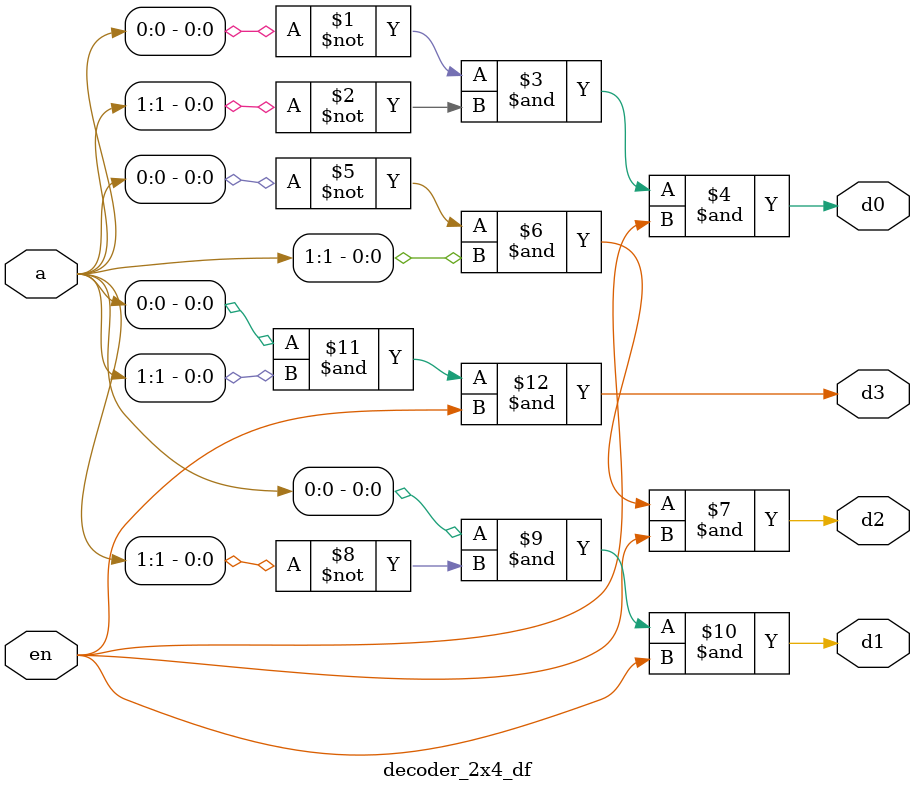
<source format=v>

module decoder_2x4_df(d0,d1,d2,d3,a,en);
input en;
input [1:0]a;
output d0,d1,d2,d3;
assign d0= ~a[0] & ~a[1] & en;
assign d2= ~a[0] & a[1] & en;
assign d1= a[0] & ~a[1] & en;
assign d3= a[0] & a[1] & en;
endmodule
</source>
